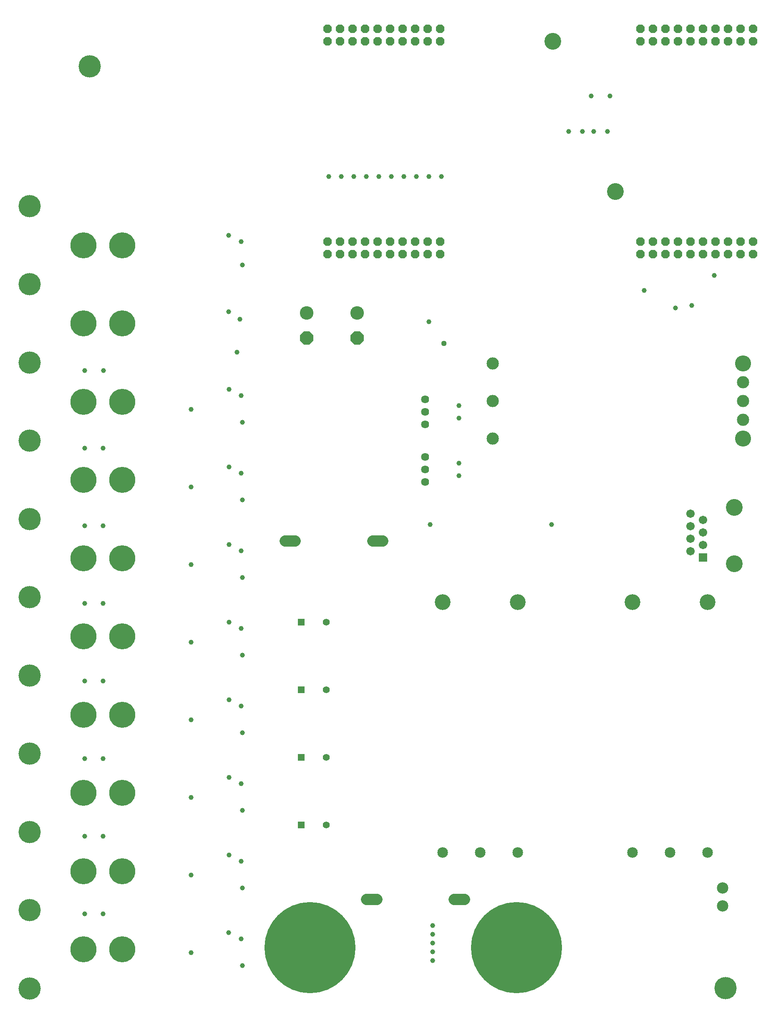
<source format=gbs>
G75*
%MOIN*%
%OFA0B0*%
%FSLAX24Y24*%
%IPPOS*%
%LPD*%
%AMOC8*
5,1,8,0,0,1.08239X$1,22.5*
%
%ADD10C,0.1340*%
%ADD11C,0.0848*%
%ADD12C,0.1261*%
%ADD13R,0.0556X0.0556*%
%ADD14C,0.0556*%
%ADD15C,0.7280*%
%ADD16C,0.0907*%
%ADD17C,0.1080*%
%ADD18OC8,0.1080*%
%ADD19C,0.0905*%
%ADD20C,0.0640*%
%ADD21C,0.2080*%
%ADD22C,0.1780*%
%ADD23OC8,0.0680*%
%ADD24C,0.0674*%
%ADD25R,0.0674X0.0674*%
%ADD26C,0.1340*%
%ADD27C,0.0980*%
%ADD28C,0.1280*%
%ADD29C,0.0390*%
%ADD30C,0.0437*%
D10*
X057160Y070160D03*
X052160Y082160D03*
D11*
X049360Y017360D03*
X046360Y017360D03*
X043360Y017360D03*
X058510Y017360D03*
X061510Y017360D03*
X064510Y017360D03*
D12*
X064510Y037360D03*
X058510Y037360D03*
X049360Y037360D03*
X043360Y037360D03*
D13*
X032076Y035760D03*
X032076Y030360D03*
X032076Y024960D03*
X032076Y019560D03*
D14*
X034044Y019560D03*
X034044Y024960D03*
X034044Y030360D03*
X034044Y035760D03*
D15*
X032760Y009760D03*
X049260Y009760D03*
D16*
X065710Y013105D03*
X065710Y014515D03*
D17*
X036535Y060448D03*
X032485Y060448D03*
D18*
X032485Y058448D03*
X036535Y058448D03*
D19*
X037748Y042260D02*
X038573Y042260D01*
X031573Y042260D02*
X030748Y042260D01*
X037260Y013610D02*
X038085Y013610D01*
X044260Y013610D02*
X045085Y013610D01*
D20*
X041960Y046960D03*
X041960Y047960D03*
X041960Y048960D03*
X041960Y051560D03*
X041960Y052560D03*
X041960Y053560D03*
D21*
X017760Y053373D03*
X014660Y053373D03*
X014660Y059623D03*
X017760Y059623D03*
X017760Y065873D03*
X014660Y065873D03*
X014660Y047123D03*
X017760Y047123D03*
X017760Y040873D03*
X014660Y040873D03*
X014660Y034623D03*
X017760Y034623D03*
X017760Y028373D03*
X014660Y028373D03*
X014660Y022123D03*
X017760Y022123D03*
X017760Y015873D03*
X014660Y015873D03*
X014660Y009623D03*
X017760Y009623D03*
D22*
X010360Y006498D03*
X010360Y012748D03*
X010360Y018998D03*
X010360Y025248D03*
X010360Y031498D03*
X010360Y037748D03*
X010360Y043998D03*
X010360Y050248D03*
X010360Y056498D03*
X010360Y062748D03*
X010360Y068998D03*
X015160Y080160D03*
X065960Y006510D03*
D23*
X066160Y065160D03*
X066160Y066160D03*
X065160Y066160D03*
X065160Y065160D03*
X064160Y065160D03*
X064160Y066160D03*
X063160Y066160D03*
X063160Y065160D03*
X062160Y065160D03*
X062160Y066160D03*
X061160Y066160D03*
X061160Y065160D03*
X060160Y065160D03*
X060160Y066160D03*
X059160Y066160D03*
X059160Y065160D03*
X067160Y065160D03*
X067160Y066160D03*
X068160Y066160D03*
X068160Y065160D03*
X068160Y082160D03*
X068160Y083160D03*
X067160Y083160D03*
X067160Y082160D03*
X066160Y082160D03*
X066160Y083160D03*
X065160Y083160D03*
X065160Y082160D03*
X064160Y082160D03*
X064160Y083160D03*
X063160Y083160D03*
X063160Y082160D03*
X062160Y082160D03*
X062160Y083160D03*
X061160Y083160D03*
X061160Y082160D03*
X060160Y082160D03*
X060160Y083160D03*
X059160Y083160D03*
X059160Y082160D03*
X043160Y082160D03*
X043160Y083160D03*
X042160Y083160D03*
X042160Y082160D03*
X041160Y082160D03*
X041160Y083160D03*
X040160Y083160D03*
X040160Y082160D03*
X039160Y082160D03*
X039160Y083160D03*
X038160Y083160D03*
X038160Y082160D03*
X037160Y082160D03*
X037160Y083160D03*
X036160Y083160D03*
X036160Y082160D03*
X035160Y082160D03*
X035160Y083160D03*
X034160Y083160D03*
X034160Y082160D03*
X034160Y066160D03*
X034160Y065160D03*
X035160Y065160D03*
X035160Y066160D03*
X036160Y066160D03*
X036160Y065160D03*
X037160Y065160D03*
X037160Y066160D03*
X038160Y066160D03*
X038160Y065160D03*
X039160Y065160D03*
X039160Y066160D03*
X040160Y066160D03*
X040160Y065160D03*
X041160Y065160D03*
X041160Y066160D03*
X042160Y066160D03*
X042160Y065160D03*
X043160Y065160D03*
X043160Y066160D03*
D24*
X063160Y044410D03*
X064160Y043910D03*
X064160Y042910D03*
X064160Y041910D03*
X063160Y041410D03*
X063160Y042410D03*
X063160Y043410D03*
D25*
X064160Y040910D03*
D26*
X066660Y040410D03*
X066660Y044910D03*
D27*
X067360Y051910D03*
X067360Y053410D03*
X067360Y054910D03*
X047360Y053410D03*
X047360Y056410D03*
X047360Y050410D03*
D28*
X067360Y050410D03*
X067360Y056410D03*
D29*
X063260Y061060D03*
X061960Y060860D03*
X059460Y062260D03*
X065060Y063460D03*
X056510Y074960D03*
X055410Y074960D03*
X054510Y074960D03*
X053410Y074960D03*
X055220Y077780D03*
X056720Y077780D03*
X043260Y071360D03*
X042260Y071360D03*
X041260Y071360D03*
X040260Y071360D03*
X039260Y071360D03*
X038260Y071360D03*
X037260Y071360D03*
X036260Y071360D03*
X035260Y071360D03*
X034260Y071360D03*
X027260Y066160D03*
X026260Y066660D03*
X027360Y064300D03*
X026260Y060560D03*
X027160Y059960D03*
X026920Y057320D03*
X026280Y054360D03*
X027260Y053860D03*
X027360Y051710D03*
X026280Y048160D03*
X027260Y047660D03*
X027360Y045510D03*
X026280Y041960D03*
X027260Y041460D03*
X027360Y039310D03*
X026280Y035760D03*
X027260Y035260D03*
X027360Y033110D03*
X026280Y029560D03*
X027260Y029060D03*
X027360Y026910D03*
X026280Y023360D03*
X027260Y022860D03*
X027360Y020710D03*
X026280Y017160D03*
X027260Y016660D03*
X027360Y014510D03*
X026260Y010960D03*
X027260Y010460D03*
X027360Y008310D03*
X023260Y009360D03*
X023260Y015560D03*
X023260Y021760D03*
X023260Y027960D03*
X023260Y034160D03*
X023260Y040360D03*
X023260Y046560D03*
X023260Y052760D03*
X016260Y055860D03*
X014745Y055870D03*
X014745Y049670D03*
X016230Y049670D03*
X016230Y043470D03*
X014745Y043470D03*
X014745Y037270D03*
X016230Y037270D03*
X016230Y031070D03*
X014745Y031070D03*
X014745Y024870D03*
X016230Y024870D03*
X016230Y018670D03*
X014745Y018670D03*
X014745Y012470D03*
X016230Y012470D03*
X042560Y011510D03*
X042560Y010810D03*
X042560Y010110D03*
X042560Y009410D03*
X042560Y008710D03*
X042360Y043560D03*
X044660Y047460D03*
X044660Y048460D03*
X044660Y052060D03*
X044660Y053060D03*
X042260Y059760D03*
X052060Y043560D03*
D30*
X043460Y058010D03*
M02*

</source>
